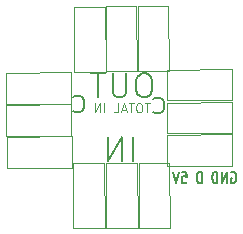
<source format=gbr>
%TF.GenerationSoftware,KiCad,Pcbnew,(5.1.10)-1*%
%TF.CreationDate,2021-06-06T01:25:55+08:00*%
%TF.ProjectId,W2S2812B,57325332-3831-4324-922e-6b696361645f,rev?*%
%TF.SameCoordinates,Original*%
%TF.FileFunction,Legend,Bot*%
%TF.FilePolarity,Positive*%
%FSLAX46Y46*%
G04 Gerber Fmt 4.6, Leading zero omitted, Abs format (unit mm)*
G04 Created by KiCad (PCBNEW (5.1.10)-1) date 2021-06-06 01:25:55*
%MOMM*%
%LPD*%
G01*
G04 APERTURE LIST*
%ADD10C,0.150000*%
%ADD11C,0.100000*%
%ADD12C,0.120000*%
G04 APERTURE END LIST*
D10*
X18776428Y4780000D02*
X18847857Y4827619D01*
X18955000Y4827619D01*
X19062142Y4780000D01*
X19133571Y4684761D01*
X19169285Y4589523D01*
X19205000Y4399047D01*
X19205000Y4256190D01*
X19169285Y4065714D01*
X19133571Y3970476D01*
X19062142Y3875238D01*
X18955000Y3827619D01*
X18883571Y3827619D01*
X18776428Y3875238D01*
X18740714Y3922857D01*
X18740714Y4256190D01*
X18883571Y4256190D01*
X18419285Y3827619D02*
X18419285Y4827619D01*
X17990714Y3827619D01*
X17990714Y4827619D01*
X17633571Y3827619D02*
X17633571Y4827619D01*
X17455000Y4827619D01*
X17347857Y4780000D01*
X17276428Y4684761D01*
X17240714Y4589523D01*
X17205000Y4399047D01*
X17205000Y4256190D01*
X17240714Y4065714D01*
X17276428Y3970476D01*
X17347857Y3875238D01*
X17455000Y3827619D01*
X17633571Y3827619D01*
X16312142Y3827619D02*
X16312142Y4827619D01*
X16133571Y4827619D01*
X16026428Y4780000D01*
X15955000Y4684761D01*
X15919285Y4589523D01*
X15883571Y4399047D01*
X15883571Y4256190D01*
X15919285Y4065714D01*
X15955000Y3970476D01*
X16026428Y3875238D01*
X16133571Y3827619D01*
X16312142Y3827619D01*
X14633571Y4827619D02*
X14990714Y4827619D01*
X15026428Y4351428D01*
X14990714Y4399047D01*
X14919285Y4446666D01*
X14740714Y4446666D01*
X14669285Y4399047D01*
X14633571Y4351428D01*
X14597857Y4256190D01*
X14597857Y4018095D01*
X14633571Y3922857D01*
X14669285Y3875238D01*
X14740714Y3827619D01*
X14919285Y3827619D01*
X14990714Y3875238D01*
X15026428Y3922857D01*
X14383571Y4827619D02*
X14133571Y3827619D01*
X13883571Y4827619D01*
D11*
X11895000Y10610714D02*
X11466428Y10610714D01*
X11680714Y9860714D02*
X11680714Y10610714D01*
X11073571Y10610714D02*
X10930714Y10610714D01*
X10859285Y10575000D01*
X10787857Y10503571D01*
X10752142Y10360714D01*
X10752142Y10110714D01*
X10787857Y9967857D01*
X10859285Y9896428D01*
X10930714Y9860714D01*
X11073571Y9860714D01*
X11145000Y9896428D01*
X11216428Y9967857D01*
X11252142Y10110714D01*
X11252142Y10360714D01*
X11216428Y10503571D01*
X11145000Y10575000D01*
X11073571Y10610714D01*
X10537857Y10610714D02*
X10109285Y10610714D01*
X10323571Y9860714D02*
X10323571Y10610714D01*
X9895000Y10075000D02*
X9537857Y10075000D01*
X9966428Y9860714D02*
X9716428Y10610714D01*
X9466428Y9860714D01*
X8859285Y9860714D02*
X9216428Y9860714D01*
X9216428Y10610714D01*
X8037857Y9860714D02*
X8037857Y10610714D01*
X7680714Y9860714D02*
X7680714Y10610714D01*
X7252142Y9860714D01*
X7252142Y10610714D01*
D10*
X11620000Y13145238D02*
X11239047Y13145238D01*
X11048571Y13050000D01*
X10858095Y12859523D01*
X10762857Y12478571D01*
X10762857Y11811904D01*
X10858095Y11430952D01*
X11048571Y11240476D01*
X11239047Y11145238D01*
X11620000Y11145238D01*
X11810476Y11240476D01*
X12000952Y11430952D01*
X12096190Y11811904D01*
X12096190Y12478571D01*
X12000952Y12859523D01*
X11810476Y13050000D01*
X11620000Y13145238D01*
X9905714Y13145238D02*
X9905714Y11526190D01*
X9810476Y11335714D01*
X9715238Y11240476D01*
X9524761Y11145238D01*
X9143809Y11145238D01*
X8953333Y11240476D01*
X8858095Y11335714D01*
X8762857Y11526190D01*
X8762857Y13145238D01*
X8096190Y13145238D02*
X6953333Y13145238D01*
X7524761Y11145238D02*
X7524761Y13145238D01*
X10487619Y5735238D02*
X10487619Y7735238D01*
X9535238Y5735238D02*
X9535238Y7735238D01*
X8392380Y5735238D01*
X8392380Y7735238D01*
X12173809Y9860476D02*
X12364285Y9765238D01*
X12745238Y9765238D01*
X12935714Y9860476D01*
X13030952Y9955714D01*
X13126190Y10146190D01*
X13126190Y10717619D01*
X13030952Y10908095D01*
X12935714Y11003333D01*
X12745238Y11098571D01*
X12364285Y11098571D01*
X12173809Y11003333D01*
X5413809Y9990476D02*
X5604285Y9895238D01*
X5985238Y9895238D01*
X6175714Y9990476D01*
X6270952Y10085714D01*
X6366190Y10276190D01*
X6366190Y10847619D01*
X6270952Y11038095D01*
X6175714Y11133333D01*
X5985238Y11228571D01*
X5604285Y11228571D01*
X5413809Y11133333D01*
D12*
%TO.C,R2*%
X10760000Y18820000D02*
X8180000Y18820000D01*
X8190000Y13330000D02*
X10860000Y13330000D01*
X8170000Y18820000D02*
X8190000Y13340000D01*
X10860000Y13330000D02*
X10770000Y18800000D01*
%TO.C,R1*%
X8080000Y18770000D02*
X5500000Y18770000D01*
X5510000Y13280000D02*
X8180000Y13280000D01*
X5490000Y18770000D02*
X5510000Y13290000D01*
X8180000Y13280000D02*
X8090000Y18750000D01*
%TO.C,R4*%
X-230000Y13160000D02*
X-230000Y10580000D01*
X5260000Y10590000D02*
X5260000Y13260000D01*
X-230000Y10570000D02*
X5250000Y10590000D01*
X5260000Y13260000D02*
X-210000Y13170000D01*
X-230000Y10430000D02*
X-230000Y7850000D01*
X5260000Y7860000D02*
X5260000Y10530000D01*
X-230000Y7840000D02*
X5250000Y7860000D01*
X5260000Y10530000D02*
X-210000Y10440000D01*
X-200000Y7720000D02*
X-200000Y5140000D01*
X5290000Y5150000D02*
X5290000Y7820000D01*
X-200000Y5130000D02*
X5280000Y5150000D01*
X5290000Y7820000D02*
X-180000Y7730000D01*
X13400000Y7910000D02*
X13400000Y5330000D01*
X18890000Y5340000D02*
X18890000Y8010000D01*
X13400000Y5320000D02*
X18880000Y5340000D01*
X18890000Y8010000D02*
X13420000Y7920000D01*
X13390000Y10660000D02*
X13390000Y8080000D01*
X18880000Y8090000D02*
X18880000Y10760000D01*
X13390000Y8070000D02*
X18870000Y8090000D01*
X18880000Y10760000D02*
X13410000Y10670000D01*
X13360000Y13450000D02*
X13360000Y10870000D01*
X18850000Y10880000D02*
X18850000Y13550000D01*
X13360000Y10860000D02*
X18840000Y10880000D01*
X18850000Y13550000D02*
X13380000Y13460000D01*
%TO.C,R12*%
X10770000Y5570000D02*
X8190000Y5570000D01*
X8200000Y80000D02*
X10870000Y80000D01*
X8180000Y5570000D02*
X8200000Y90000D01*
X10870000Y80000D02*
X10780000Y5550000D01*
%TO.C,R11*%
X8000000Y5570000D02*
X5420000Y5570000D01*
X5430000Y80000D02*
X8100000Y80000D01*
X5410000Y5570000D02*
X5430000Y90000D01*
X8100000Y80000D02*
X8010000Y5550000D01*
%TO.C,R4*%
X13540000Y5570000D02*
X10960000Y5570000D01*
X10970000Y80000D02*
X13640000Y80000D01*
X10950000Y5570000D02*
X10970000Y90000D01*
X13640000Y80000D02*
X13550000Y5550000D01*
%TO.C,R3*%
X13570000Y13360000D02*
X13480000Y18830000D01*
X10880000Y18850000D02*
X10900000Y13370000D01*
X10900000Y13360000D02*
X13570000Y13360000D01*
X13470000Y18850000D02*
X10890000Y18850000D01*
%TD*%
M02*

</source>
